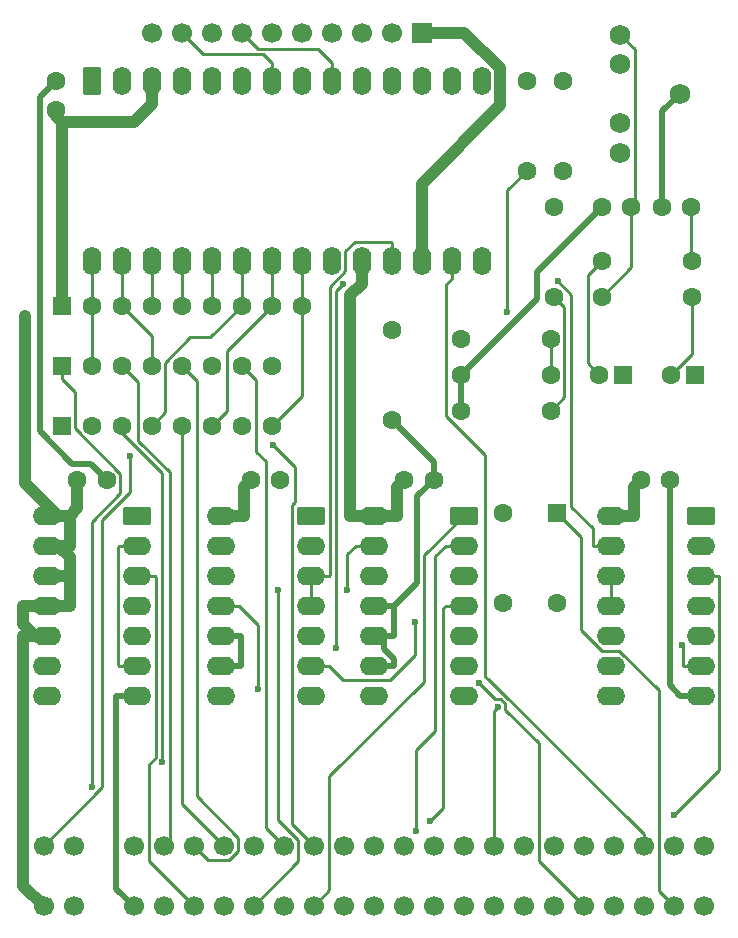
<source format=gbr>
%TF.GenerationSoftware,KiCad,Pcbnew,9.0.4*%
%TF.CreationDate,2025-09-25T21:38:56+01:00*%
%TF.ProjectId,ay-zonic-core,61792d7a-6f6e-4696-932d-636f72652e6b,2.0*%
%TF.SameCoordinates,Original*%
%TF.FileFunction,Copper,L1,Top*%
%TF.FilePolarity,Positive*%
%FSLAX46Y46*%
G04 Gerber Fmt 4.6, Leading zero omitted, Abs format (unit mm)*
G04 Created by KiCad (PCBNEW 9.0.4) date 2025-09-25 21:38:56*
%MOMM*%
%LPD*%
G01*
G04 APERTURE LIST*
G04 Aperture macros list*
%AMRoundRect*
0 Rectangle with rounded corners*
0 $1 Rounding radius*
0 $2 $3 $4 $5 $6 $7 $8 $9 X,Y pos of 4 corners*
0 Add a 4 corners polygon primitive as box body*
4,1,4,$2,$3,$4,$5,$6,$7,$8,$9,$2,$3,0*
0 Add four circle primitives for the rounded corners*
1,1,$1+$1,$2,$3*
1,1,$1+$1,$4,$5*
1,1,$1+$1,$6,$7*
1,1,$1+$1,$8,$9*
0 Add four rect primitives between the rounded corners*
20,1,$1+$1,$2,$3,$4,$5,0*
20,1,$1+$1,$4,$5,$6,$7,0*
20,1,$1+$1,$6,$7,$8,$9,0*
20,1,$1+$1,$8,$9,$2,$3,0*%
G04 Aperture macros list end*
%TA.AperFunction,ComponentPad*%
%ADD10C,1.600000*%
%TD*%
%TA.AperFunction,ComponentPad*%
%ADD11RoundRect,0.250000X-0.550000X0.550000X-0.550000X-0.550000X0.550000X-0.550000X0.550000X0.550000X0*%
%TD*%
%TA.AperFunction,ComponentPad*%
%ADD12C,1.700000*%
%TD*%
%TA.AperFunction,ComponentPad*%
%ADD13RoundRect,0.250000X0.950000X0.550000X-0.950000X0.550000X-0.950000X-0.550000X0.950000X-0.550000X0*%
%TD*%
%TA.AperFunction,ComponentPad*%
%ADD14O,2.400000X1.600000*%
%TD*%
%TA.AperFunction,ComponentPad*%
%ADD15C,1.752600*%
%TD*%
%TA.AperFunction,ComponentPad*%
%ADD16RoundRect,0.250000X0.550000X0.550000X-0.550000X0.550000X-0.550000X-0.550000X0.550000X-0.550000X0*%
%TD*%
%TA.AperFunction,ComponentPad*%
%ADD17R,1.600000X1.600000*%
%TD*%
%TA.AperFunction,ComponentPad*%
%ADD18RoundRect,0.250000X-0.550000X0.950000X-0.550000X-0.950000X0.550000X-0.950000X0.550000X0.950000X0*%
%TD*%
%TA.AperFunction,ComponentPad*%
%ADD19O,1.600000X2.400000*%
%TD*%
%TA.AperFunction,ComponentPad*%
%ADD20R,1.700000X1.700000*%
%TD*%
%TA.AperFunction,ViaPad*%
%ADD21C,0.600000*%
%TD*%
%TA.AperFunction,ViaPad*%
%ADD22C,0.800000*%
%TD*%
%TA.AperFunction,Conductor*%
%ADD23C,0.250000*%
%TD*%
%TA.AperFunction,Conductor*%
%ADD24C,0.500000*%
%TD*%
%TA.AperFunction,Conductor*%
%ADD25C,1.000000*%
%TD*%
G04 APERTURE END LIST*
D10*
%TO.P,SW1,2*%
%TO.N,Net-(R1-Pad2)*%
X110744000Y-100330000D03*
D11*
%TO.P,SW1,1*%
%TO.N,/A4*%
X110744000Y-92710000D03*
%TD*%
D12*
%TO.P,CO1,A3,+5Vcc*%
%TO.N,VCC*%
X67310000Y-125984000D03*
%TO.P,CO1,A4,+9Vcc*%
%TO.N,unconnected-(CO1-+9Vcc-PadA4)*%
X69850000Y-125984000D03*
%TO.P,CO1,A6,GND*%
%TO.N,GND*%
X74930000Y-125984000D03*
%TO.P,CO1,A7,GND*%
X77470000Y-125984000D03*
%TO.P,CO1,A8,CLK*%
%TO.N,/CLK*%
X80010000Y-125984000D03*
%TO.P,CO1,A9,A0*%
%TO.N,/A0*%
X82550000Y-125984000D03*
%TO.P,CO1,A10,A1*%
%TO.N,/A1*%
X85090000Y-125984000D03*
%TO.P,CO1,A11,A2*%
%TO.N,/A2*%
X87630000Y-125984000D03*
%TO.P,CO1,A12,A3*%
%TO.N,/A3*%
X90170000Y-125984000D03*
%TO.P,CO1,A13,A15*%
%TO.N,unconnected-(CO1-A15-PadA13)*%
X92710000Y-125984000D03*
%TO.P,CO1,A14,A14*%
%TO.N,unconnected-(CO1-PadA14)*%
X95250000Y-125984000D03*
%TO.P,CO1,A15,A13*%
%TO.N,unconnected-(CO1-A13-PadA15)*%
X97790000Y-125984000D03*
%TO.P,CO1,A16,A12*%
%TO.N,unconnected-(CO1-A12-PadA16)*%
X100330000Y-125984000D03*
%TO.P,CO1,A17,A11*%
%TO.N,unconnected-(CO1-A11-PadA17)*%
X102870000Y-125984000D03*
%TO.P,CO1,A18,A10*%
%TO.N,unconnected-(CO1-A10-PadA18)*%
X105410000Y-125984000D03*
%TO.P,CO1,A19,A9*%
%TO.N,unconnected-(CO1-A9-PadA19)*%
X107950000Y-125984000D03*
%TO.P,CO1,A20,A8*%
%TO.N,unconnected-(CO1-A8-PadA20)*%
X110490000Y-125984000D03*
%TO.P,CO1,A21,A7*%
%TO.N,/A7*%
X113030000Y-125984000D03*
%TO.P,CO1,A22,A6*%
%TO.N,unconnected-(CO1-A6-PadA22)*%
X115570000Y-125984000D03*
%TO.P,CO1,A23,A5*%
%TO.N,unconnected-(CO1-A5-PadA23)*%
X118110000Y-125984000D03*
%TO.P,CO1,A24,A4*%
%TO.N,/A4*%
X120650000Y-125984000D03*
%TO.P,CO1,A25,~{ROMCS}*%
%TO.N,unconnected-(CO1-~{ROMCS}-PadA25)*%
X123190000Y-125984000D03*
%TO.P,CO1,B3,D7*%
%TO.N,/D7*%
X67310000Y-120904000D03*
%TO.P,CO1,B4,~{RAMCS}*%
%TO.N,unconnected-(CO1-~{RAMCS}-PadB4)*%
X69850000Y-120904000D03*
%TO.P,CO1,B6,D0*%
%TO.N,/D0*%
X74930000Y-120904000D03*
%TO.P,CO1,B7,D1*%
%TO.N,/D1*%
X77470000Y-120904000D03*
%TO.P,CO1,B8,D2*%
%TO.N,/D2*%
X80010000Y-120904000D03*
%TO.P,CO1,B9,D6*%
%TO.N,/D6*%
X82550000Y-120904000D03*
%TO.P,CO1,B10,D5*%
%TO.N,/D5*%
X85090000Y-120904000D03*
%TO.P,CO1,B11,D3*%
%TO.N,/D3*%
X87630000Y-120904000D03*
%TO.P,CO1,B12,D4*%
%TO.N,/D4*%
X90170000Y-120904000D03*
%TO.P,CO1,B13,~{INT}*%
%TO.N,unconnected-(CO1-~{INT}-PadB13)*%
X92710000Y-120904000D03*
%TO.P,CO1,B14,~{NMI}*%
%TO.N,unconnected-(CO1-~{NMI}-PadB14)*%
X95250000Y-120904000D03*
%TO.P,CO1,B15,~{HALT}*%
%TO.N,unconnected-(CO1-~{HALT}-PadB15)*%
X97790000Y-120904000D03*
%TO.P,CO1,B16,~{MREQ}*%
%TO.N,unconnected-(CO1-~{MREQ}-PadB16)*%
X100330000Y-120904000D03*
%TO.P,CO1,B17,~{IOREQ}*%
%TO.N,/~{IOREQ}*%
X102870000Y-120904000D03*
%TO.P,CO1,B18,~{RD}*%
%TO.N,/~{RD}*%
X105410000Y-120904000D03*
%TO.P,CO1,B19,~{WR}*%
%TO.N,/~{WR}*%
X107950000Y-120904000D03*
%TO.P,CO1,B20,~{BUSAC}*%
%TO.N,unconnected-(CO1-~{BUSAC}-PadB20)*%
X110490000Y-120904000D03*
%TO.P,CO1,B21,~{WAIT}*%
%TO.N,unconnected-(CO1-~{WAIT}-PadB21)*%
X113030000Y-120904000D03*
%TO.P,CO1,B22,~{BUSRQ}*%
%TO.N,unconnected-(CO1-~{BUSRQ}-PadB22)*%
X115570000Y-120904000D03*
%TO.P,CO1,B23,~{RESET}*%
%TO.N,/~{RESET}*%
X118110000Y-120904000D03*
%TO.P,CO1,B24,~{M1}*%
%TO.N,unconnected-(CO1-~{M1}-PadB24)*%
X120650000Y-120904000D03*
%TO.P,CO1,B25,~{RFSH}*%
%TO.N,unconnected-(CO1-~{RFSH}-PadB25)*%
X123190000Y-120904000D03*
%TD*%
D13*
%TO.P,U5,1*%
%TO.N,/IOWR*%
X122936000Y-92964000D03*
D14*
%TO.P,U5,2*%
%TO.N,/~{IOREQ}*%
X122936000Y-95504000D03*
%TO.P,U5,3*%
%TO.N,/~{WR}*%
X122936000Y-98044000D03*
%TO.P,U5,4*%
%TO.N,Net-(U5-Pad11)*%
X122936000Y-100584000D03*
%TO.P,U5,5*%
%TO.N,Net-(U3-Pad6)*%
X122936000Y-103124000D03*
%TO.P,U5,6*%
%TO.N,Net-(U3-Pad11)*%
X122936000Y-105664000D03*
%TO.P,U5,7,GND*%
%TO.N,GND*%
X122936000Y-108204000D03*
%TO.P,U5,8*%
%TO.N,/~{IOREQ}*%
X115316000Y-108204000D03*
%TO.P,U5,9*%
%TO.N,/~{RD}*%
X115316000Y-105664000D03*
%TO.P,U5,10*%
%TO.N,/IORD*%
X115316000Y-103124000D03*
%TO.P,U5,11*%
%TO.N,Net-(U5-Pad11)*%
X115316000Y-100584000D03*
%TO.P,U5,12*%
X115316000Y-98044000D03*
%TO.P,U5,13*%
%TO.N,/BC1*%
X115316000Y-95504000D03*
%TO.P,U5,14,VCC*%
%TO.N,VCC*%
X115316000Y-92964000D03*
%TD*%
D10*
%TO.P,R8,1*%
%TO.N,Net-(C2-Pad2)*%
X114554000Y-71374000D03*
%TO.P,R8,2*%
%TO.N,/LEFT*%
X122174000Y-71374000D03*
%TD*%
%TO.P,FB1,1*%
%TO.N,GND*%
X96774000Y-84836000D03*
%TO.P,FB1,2*%
%TO.N,GND_AUDIO*%
X96774000Y-77216000D03*
%TD*%
%TO.P,C6,1*%
%TO.N,VCC*%
X70144000Y-89916000D03*
%TO.P,C6,2*%
%TO.N,GND*%
X72644000Y-89916000D03*
%TD*%
D13*
%TO.P,U2,1,~{R}*%
%TO.N,VCC*%
X75184000Y-92964000D03*
D14*
%TO.P,U2,2,D*%
%TO.N,Net-(U2A-D)*%
X75184000Y-95504000D03*
%TO.P,U2,3,C*%
%TO.N,/CLK*%
X75184000Y-98044000D03*
%TO.P,U2,4,~{S}*%
%TO.N,VCC*%
X75184000Y-100584000D03*
%TO.P,U2,5,Q*%
%TO.N,/PSGCLK*%
X75184000Y-103124000D03*
%TO.P,U2,6,~{Q}*%
%TO.N,Net-(U2A-D)*%
X75184000Y-105664000D03*
%TO.P,U2,7,GND*%
%TO.N,GND*%
X75184000Y-108204000D03*
%TO.P,U2,8,~{Q}*%
%TO.N,unconnected-(U2B-~{Q}-Pad8)*%
X67564000Y-108204000D03*
%TO.P,U2,9,Q*%
%TO.N,unconnected-(U2B-Q-Pad9)*%
X67564000Y-105664000D03*
%TO.P,U2,10,~{S}*%
%TO.N,VCC*%
X67564000Y-103124000D03*
%TO.P,U2,11,C*%
X67564000Y-100584000D03*
%TO.P,U2,12,D*%
X67564000Y-98044000D03*
%TO.P,U2,13,~{R}*%
X67564000Y-95504000D03*
%TO.P,U2,14,VCC*%
X67564000Y-92964000D03*
%TD*%
D10*
%TO.P,C3,1*%
%TO.N,/LEFT*%
X122154000Y-66802000D03*
%TO.P,C3,2*%
%TO.N,GND_AUDIO*%
X119654000Y-66802000D03*
%TD*%
D15*
%TO.P,Line Out,1,1*%
%TO.N,/RIGHT*%
X116158000Y-52230000D03*
%TO.P,Line Out,2,2*%
%TO.N,unconnected-(CO2-Pad2)*%
X116158000Y-54730000D03*
%TO.P,Line Out,3,3*%
%TO.N,unconnected-(CO2-Pad3)*%
X116158000Y-59730000D03*
%TO.P,Line Out,4,4*%
%TO.N,/LEFT*%
X116158000Y-62230000D03*
%TO.P,Line Out,5,5*%
%TO.N,GND_AUDIO*%
X121158000Y-57230000D03*
%TD*%
D16*
%TO.P,C1,1*%
%TO.N,Net-(C1-Pad1)*%
X122428000Y-81026000D03*
D10*
%TO.P,C1,2*%
%TO.N,Net-(C1-Pad2)*%
X120428000Y-81026000D03*
%TD*%
%TO.P,R7,1*%
%TO.N,Net-(C1-Pad1)*%
X110236000Y-81026000D03*
%TO.P,R7,2*%
%TO.N,GND_AUDIO*%
X102616000Y-81026000D03*
%TD*%
%TO.P,R3,1*%
%TO.N,/OUTC*%
X102616000Y-77978000D03*
%TO.P,R3,2*%
%TO.N,Net-(C1-Pad1)*%
X110236000Y-77978000D03*
%TD*%
%TO.P,R1,1*%
%TO.N,VCC*%
X106172000Y-92710000D03*
%TO.P,R1,2*%
%TO.N,Net-(R1-Pad2)*%
X106172000Y-100330000D03*
%TD*%
%TO.P,R9,1*%
%TO.N,Net-(C1-Pad2)*%
X122174000Y-74422000D03*
%TO.P,R9,2*%
%TO.N,/RIGHT*%
X114554000Y-74422000D03*
%TD*%
D16*
%TO.P,C2,1*%
%TO.N,Net-(C2-Pad1)*%
X116332000Y-81026000D03*
D10*
%TO.P,C2,2*%
%TO.N,Net-(C2-Pad2)*%
X114332000Y-81026000D03*
%TD*%
%TO.P,C8,1*%
%TO.N,VCC*%
X97830000Y-89916000D03*
%TO.P,C8,2*%
%TO.N,GND*%
X100330000Y-89916000D03*
%TD*%
%TO.P,C4,1*%
%TO.N,/RIGHT*%
X117074000Y-66802000D03*
%TO.P,C4,2*%
%TO.N,GND_AUDIO*%
X114574000Y-66802000D03*
%TD*%
%TO.P,C9,1*%
%TO.N,VCC*%
X117876000Y-89916000D03*
%TO.P,C9,2*%
%TO.N,GND*%
X120376000Y-89916000D03*
%TD*%
%TO.P,R5,1*%
%TO.N,Net-(C1-Pad1)*%
X108204000Y-63754000D03*
%TO.P,R5,2*%
%TO.N,/OUTB*%
X108204000Y-56134000D03*
%TD*%
%TO.P,C5,1*%
%TO.N,VCC*%
X68326000Y-58654000D03*
%TO.P,C5,2*%
%TO.N,GND*%
X68326000Y-56154000D03*
%TD*%
D17*
%TO.P,RN3,1,R1.1*%
%TO.N,/D4*%
X68834000Y-85344000D03*
D10*
%TO.P,RN3,2,R1.2*%
%TO.N,Net-(RN1-R5)*%
X71374000Y-85344000D03*
%TO.P,RN3,3,R2.1*%
%TO.N,/D5*%
X73914000Y-85344000D03*
%TO.P,RN3,4,R2.2*%
%TO.N,Net-(RN1-R6)*%
X76454000Y-85344000D03*
%TO.P,RN3,5,R3.1*%
%TO.N,/D6*%
X78994000Y-85344000D03*
%TO.P,RN3,6,R3.2*%
%TO.N,Net-(RN1-R7)*%
X81534000Y-85344000D03*
%TO.P,RN3,7,R4.1*%
%TO.N,/D7*%
X84074000Y-85344000D03*
%TO.P,RN3,8,R4.2*%
%TO.N,Net-(RN1-R8)*%
X86614000Y-85344000D03*
%TD*%
%TO.P,R2,1*%
%TO.N,/OUTA*%
X110490000Y-66802000D03*
%TO.P,R2,2*%
%TO.N,Net-(C2-Pad1)*%
X110490000Y-74422000D03*
%TD*%
%TO.P,C7,1*%
%TO.N,VCC*%
X84856000Y-89916000D03*
%TO.P,C7,2*%
%TO.N,GND*%
X87356000Y-89916000D03*
%TD*%
%TO.P,R4,1*%
%TO.N,Net-(C2-Pad1)*%
X111252000Y-63754000D03*
%TO.P,R4,2*%
%TO.N,/OUTB*%
X111252000Y-56134000D03*
%TD*%
D13*
%TO.P,U3,1*%
%TO.N,/VALID*%
X89916000Y-92964000D03*
D14*
%TO.P,U3,2*%
%TO.N,/IOWR*%
X89916000Y-95504000D03*
%TO.P,U3,3*%
%TO.N,/BDIR*%
X89916000Y-98044000D03*
%TO.P,U3,4*%
X89916000Y-100584000D03*
%TO.P,U3,5*%
%TO.N,/A7*%
X89916000Y-103124000D03*
%TO.P,U3,6*%
%TO.N,Net-(U3-Pad6)*%
X89916000Y-105664000D03*
%TO.P,U3,7,GND*%
%TO.N,GND*%
X89916000Y-108204000D03*
%TO.P,U3,8*%
%TO.N,unconnected-(U3-Pad8)*%
X82296000Y-108204000D03*
%TO.P,U3,9*%
%TO.N,GND*%
X82296000Y-105664000D03*
%TO.P,U3,10*%
X82296000Y-103124000D03*
%TO.P,U3,11*%
%TO.N,Net-(U3-Pad11)*%
X82296000Y-100584000D03*
%TO.P,U3,12*%
%TO.N,/VALID*%
X82296000Y-98044000D03*
%TO.P,U3,13*%
%TO.N,/IORD*%
X82296000Y-95504000D03*
%TO.P,U3,14,VCC*%
%TO.N,VCC*%
X82296000Y-92964000D03*
%TD*%
D18*
%TO.P,U1,1,CH_C*%
%TO.N,/OUTC*%
X71374000Y-56134000D03*
D19*
%TO.P,U1,2,TEST1*%
%TO.N,unconnected-(U1-TEST1-Pad2)*%
X73914000Y-56134000D03*
%TO.P,U1,3,VCC*%
%TO.N,VCC*%
X76454000Y-56134000D03*
%TO.P,U1,4,CH_B*%
%TO.N,/OUTB*%
X78994000Y-56134000D03*
%TO.P,U1,5,CH_A*%
%TO.N,/OUTA*%
X81534000Y-56134000D03*
%TO.P,U1,6,GND*%
%TO.N,GND*%
X84074000Y-56134000D03*
%TO.P,U1,7,IOA7*%
%TO.N,/IOA7*%
X86614000Y-56134000D03*
%TO.P,U1,8,IOA6*%
%TO.N,/IOA6*%
X89154000Y-56134000D03*
%TO.P,U1,9,IOA5*%
%TO.N,/IOA5*%
X91694000Y-56134000D03*
%TO.P,U1,10,IOA4*%
%TO.N,/IOA4*%
X94234000Y-56134000D03*
%TO.P,U1,11,IOA3*%
%TO.N,/IOA3*%
X96774000Y-56134000D03*
%TO.P,U1,12,IOA2*%
%TO.N,/IOA2*%
X99314000Y-56134000D03*
%TO.P,U1,13,IOA1*%
%TO.N,/IOA1*%
X101854000Y-56134000D03*
%TO.P,U1,14,IOA0*%
%TO.N,/IOA0*%
X104394000Y-56134000D03*
%TO.P,U1,15,CLOCK*%
%TO.N,/PSGCLK*%
X104394000Y-71374000D03*
%TO.P,U1,16,~{RESET}*%
%TO.N,/~{RESET}*%
X101854000Y-71374000D03*
%TO.P,U1,17,A8*%
%TO.N,VCC*%
X99314000Y-71374000D03*
%TO.P,U1,18,BDIR*%
%TO.N,/BDIR*%
X96774000Y-71374000D03*
%TO.P,U1,19,BC2*%
%TO.N,VCC*%
X94234000Y-71374000D03*
%TO.P,U1,20,BC1*%
%TO.N,/BC1*%
X91694000Y-71374000D03*
%TO.P,U1,21,DA7*%
%TO.N,Net-(RN1-R8)*%
X89154000Y-71374000D03*
%TO.P,U1,22,DA6*%
%TO.N,Net-(RN1-R7)*%
X86614000Y-71374000D03*
%TO.P,U1,23,DA5*%
%TO.N,Net-(RN1-R6)*%
X84074000Y-71374000D03*
%TO.P,U1,24,DA4*%
%TO.N,Net-(RN1-R5)*%
X81534000Y-71374000D03*
%TO.P,U1,25,DA3*%
%TO.N,Net-(RN1-R4)*%
X78994000Y-71374000D03*
%TO.P,U1,26,DA2*%
%TO.N,Net-(RN1-R3)*%
X76454000Y-71374000D03*
%TO.P,U1,27,DA1*%
%TO.N,Net-(RN1-R2)*%
X73914000Y-71374000D03*
%TO.P,U1,28,DA0*%
%TO.N,Net-(RN1-R1)*%
X71374000Y-71374000D03*
%TD*%
D10*
%TO.P,R6,1*%
%TO.N,Net-(C2-Pad1)*%
X110236000Y-84074000D03*
%TO.P,R6,2*%
%TO.N,GND_AUDIO*%
X102616000Y-84074000D03*
%TD*%
D20*
%TO.P,I/O,1,Pin_1*%
%TO.N,VCC*%
X99314000Y-52070000D03*
D12*
%TO.P,I/O,2,Pin_2*%
%TO.N,/IOA0*%
X96774000Y-52070000D03*
%TO.P,I/O,3,Pin_3*%
%TO.N,/IOA1*%
X94234000Y-52070000D03*
%TO.P,I/O,4,Pin_4*%
%TO.N,/IOA2*%
X91694000Y-52070000D03*
%TO.P,I/O,5,Pin_5*%
%TO.N,/IOA3*%
X89154000Y-52070000D03*
%TO.P,I/O,6,Pin_6*%
%TO.N,/IOA4*%
X86614000Y-52070000D03*
%TO.P,I/O,7,Pin_7*%
%TO.N,/IOA5*%
X84074000Y-52070000D03*
%TO.P,I/O,8,Pin_8*%
%TO.N,/IOA6*%
X81534000Y-52070000D03*
%TO.P,I/O,9,Pin_9*%
%TO.N,/IOA7*%
X78994000Y-52070000D03*
%TO.P,I/O,10,Pin_10*%
%TO.N,GND*%
X76454000Y-52070000D03*
%TD*%
D13*
%TO.P,U4,1*%
%TO.N,/A3*%
X102870000Y-92964000D03*
D14*
%TO.P,U4,2*%
%TO.N,/A2*%
X102870000Y-95504000D03*
%TO.P,U4,3*%
%TO.N,Net-(U4-Pad12)*%
X102870000Y-98044000D03*
%TO.P,U4,4*%
%TO.N,/A0*%
X102870000Y-100584000D03*
%TO.P,U4,5*%
%TO.N,Net-(R1-Pad2)*%
X102870000Y-103124000D03*
%TO.P,U4,6*%
%TO.N,/VALID*%
X102870000Y-105664000D03*
%TO.P,U4,7,GND*%
%TO.N,GND*%
X102870000Y-108204000D03*
%TO.P,U4,8*%
%TO.N,unconnected-(U4-Pad8)*%
X95250000Y-108204000D03*
%TO.P,U4,9*%
%TO.N,GND*%
X95250000Y-105664000D03*
%TO.P,U4,10*%
X95250000Y-103124000D03*
%TO.P,U4,11*%
X95250000Y-100584000D03*
%TO.P,U4,12*%
%TO.N,Net-(U4-Pad12)*%
X95250000Y-98044000D03*
%TO.P,U4,13*%
%TO.N,/A1*%
X95250000Y-95504000D03*
%TO.P,U4,14,VCC*%
%TO.N,VCC*%
X95250000Y-92964000D03*
%TD*%
D17*
%TO.P,RN1,1,common*%
%TO.N,VCC*%
X68834000Y-75184000D03*
D10*
%TO.P,RN1,2,R1*%
%TO.N,Net-(RN1-R1)*%
X71374000Y-75184000D03*
%TO.P,RN1,3,R2*%
%TO.N,Net-(RN1-R2)*%
X73914000Y-75184000D03*
%TO.P,RN1,4,R3*%
%TO.N,Net-(RN1-R3)*%
X76454000Y-75184000D03*
%TO.P,RN1,5,R4*%
%TO.N,Net-(RN1-R4)*%
X78994000Y-75184000D03*
%TO.P,RN1,6,R5*%
%TO.N,Net-(RN1-R5)*%
X81534000Y-75184000D03*
%TO.P,RN1,7,R6*%
%TO.N,Net-(RN1-R6)*%
X84074000Y-75184000D03*
%TO.P,RN1,8,R7*%
%TO.N,Net-(RN1-R7)*%
X86614000Y-75184000D03*
%TO.P,RN1,9,R8*%
%TO.N,Net-(RN1-R8)*%
X89154000Y-75184000D03*
%TD*%
D17*
%TO.P,RN2,1,R1.1*%
%TO.N,/D0*%
X68834000Y-80264000D03*
D10*
%TO.P,RN2,2,R1.2*%
%TO.N,Net-(RN1-R1)*%
X71374000Y-80264000D03*
%TO.P,RN2,3,R2.1*%
%TO.N,/D1*%
X73914000Y-80264000D03*
%TO.P,RN2,4,R2.2*%
%TO.N,Net-(RN1-R2)*%
X76454000Y-80264000D03*
%TO.P,RN2,5,R3.1*%
%TO.N,/D2*%
X78994000Y-80264000D03*
%TO.P,RN2,6,R3.2*%
%TO.N,Net-(RN1-R3)*%
X81534000Y-80264000D03*
%TO.P,RN2,7,R4.1*%
%TO.N,/D3*%
X84074000Y-80264000D03*
%TO.P,RN2,8,R4.2*%
%TO.N,Net-(RN1-R4)*%
X86614000Y-80264000D03*
%TD*%
D21*
%TO.N,Net-(U3-Pad11)*%
X121351400Y-103956700D03*
X85427900Y-107681800D03*
%TO.N,Net-(U3-Pad6)*%
X98752000Y-101929400D03*
%TO.N,/PSGCLK*%
X92681000Y-73330200D03*
X92086800Y-104181900D03*
%TO.N,/BC1*%
X110851900Y-73099400D03*
%TO.N,/A2*%
X98873300Y-119670700D03*
%TO.N,/~{RD}*%
X105767900Y-109140500D03*
%TO.N,/A7*%
X104157000Y-107150000D03*
%TO.N,/D0*%
X71389900Y-115979700D03*
%TO.N,/D7*%
X74670500Y-87906200D03*
%TO.N,/A1*%
X87126100Y-99294100D03*
X93012900Y-99294100D03*
%TO.N,/~{WR}*%
X120680400Y-118320800D03*
%TO.N,/D4*%
X86762700Y-86994100D03*
%TO.N,/A0*%
X100039800Y-118788900D03*
%TO.N,/D5*%
X77367400Y-113795100D03*
D22*
%TO.N,VCC*%
X65763800Y-76092500D03*
D21*
%TO.N,Net-(C1-Pad1)*%
X106591000Y-75763700D03*
%TD*%
D23*
%TO.N,Net-(U5-Pad11)*%
X115316000Y-98044000D02*
X115316000Y-100584000D01*
%TO.N,Net-(U3-Pad11)*%
X82296000Y-100584000D02*
X83822700Y-100584000D01*
X121409300Y-104014600D02*
X121351400Y-103956700D01*
X121409300Y-105664000D02*
X121409300Y-104014600D01*
X85427900Y-102189200D02*
X83822700Y-100584000D01*
X85427900Y-107681800D02*
X85427900Y-102189200D01*
X122936000Y-105664000D02*
X121409300Y-105664000D01*
%TO.N,Net-(U3-Pad6)*%
X98752000Y-104769100D02*
X98752000Y-101929400D01*
X96664500Y-106856600D02*
X98752000Y-104769100D01*
X92635300Y-106856600D02*
X96664500Y-106856600D01*
X91442700Y-105664000D02*
X92635300Y-106856600D01*
X89916000Y-105664000D02*
X91442700Y-105664000D01*
%TO.N,Net-(U2A-D)*%
X75184000Y-105664000D02*
X73657300Y-105664000D01*
X75184000Y-95504000D02*
X73657300Y-95504000D01*
X73580600Y-95580700D02*
X73657300Y-95504000D01*
X73580600Y-105587300D02*
X73580600Y-95580700D01*
X73657300Y-105664000D02*
X73580600Y-105587300D01*
%TO.N,/PSGCLK*%
X92086800Y-73924400D02*
X92086800Y-104181900D01*
X92681000Y-73330200D02*
X92086800Y-73924400D01*
%TO.N,/BDIR*%
X89916000Y-98044000D02*
X89916000Y-100584000D01*
X96774000Y-71374000D02*
X96774000Y-69847300D01*
X89916000Y-98044000D02*
X91442700Y-98044000D01*
X91535400Y-97951300D02*
X91442700Y-98044000D01*
X91535400Y-73589600D02*
X91535400Y-97951300D01*
X92873500Y-72251500D02*
X91535400Y-73589600D01*
X92873500Y-70587600D02*
X92873500Y-72251500D01*
X93664200Y-69796900D02*
X92873500Y-70587600D01*
X96723600Y-69796900D02*
X93664200Y-69796900D01*
X96774000Y-69847300D02*
X96723600Y-69796900D01*
%TO.N,/BC1*%
X115316000Y-95504000D02*
X113789300Y-95504000D01*
X112006600Y-74254100D02*
X110851900Y-73099400D01*
X112006600Y-92194600D02*
X112006600Y-74254100D01*
X113789300Y-93977300D02*
X112006600Y-92194600D01*
X113789300Y-95504000D02*
X113789300Y-93977300D01*
%TO.N,Net-(RN1-R8)*%
X89154000Y-71374000D02*
X89154000Y-75184000D01*
X89154000Y-82804000D02*
X86614000Y-85344000D01*
X89154000Y-75184000D02*
X89154000Y-82804000D01*
%TO.N,Net-(RN1-R1)*%
X71374000Y-71374000D02*
X71374000Y-75184000D01*
X71374000Y-80264000D02*
X71374000Y-75184000D01*
%TO.N,Net-(RN1-R6)*%
X84074000Y-71374000D02*
X84074000Y-75184000D01*
X77580700Y-84217300D02*
X76454000Y-85344000D01*
X77580700Y-80018500D02*
X77580700Y-84217300D01*
X79730400Y-77868800D02*
X77580700Y-80018500D01*
X81389200Y-77868800D02*
X79730400Y-77868800D01*
X84074000Y-75184000D02*
X81389200Y-77868800D01*
%TO.N,Net-(RN1-R3)*%
X76454000Y-75184000D02*
X76454000Y-71374000D01*
%TO.N,Net-(RN1-R2)*%
X73914000Y-75184000D02*
X73914000Y-71374000D01*
X76454000Y-77724000D02*
X76454000Y-80264000D01*
X73914000Y-75184000D02*
X76454000Y-77724000D01*
%TO.N,Net-(RN1-R7)*%
X86614000Y-71374000D02*
X86614000Y-75184000D01*
X82804000Y-84074000D02*
X81534000Y-85344000D01*
X82804000Y-78994000D02*
X82804000Y-84074000D01*
X86614000Y-75184000D02*
X82804000Y-78994000D01*
%TO.N,Net-(RN1-R4)*%
X78994000Y-71374000D02*
X78994000Y-75184000D01*
%TO.N,Net-(RN1-R5)*%
X81534000Y-71374000D02*
X81534000Y-75184000D01*
%TO.N,/IOA5*%
X85455800Y-53451800D02*
X84074000Y-52070000D01*
X90538500Y-53451800D02*
X85455800Y-53451800D01*
X91694000Y-54607300D02*
X90538500Y-53451800D01*
X91694000Y-56134000D02*
X91694000Y-54607300D01*
%TO.N,/IOA7*%
X86614000Y-56134000D02*
X86614000Y-54607300D01*
X85910200Y-53903500D02*
X86614000Y-54607300D01*
X80827500Y-53903500D02*
X85910200Y-53903500D01*
X78994000Y-52070000D02*
X80827500Y-53903500D01*
%TO.N,/A2*%
X102870000Y-95504000D02*
X101343300Y-95504000D01*
X100436600Y-96410700D02*
X101343300Y-95504000D01*
X100436600Y-111212800D02*
X100436600Y-96410700D01*
X98873300Y-112776100D02*
X100436600Y-111212800D01*
X98873300Y-119670700D02*
X98873300Y-112776100D01*
%TO.N,/~{RESET}*%
X101854000Y-71374000D02*
X101854000Y-72900700D01*
X101389400Y-73365300D02*
X101854000Y-72900700D01*
X101389400Y-84511400D02*
X101389400Y-73365300D01*
X104720400Y-87842400D02*
X101389400Y-84511400D01*
X104720400Y-106615000D02*
X104720400Y-87842400D01*
X104907500Y-106802100D02*
X104720400Y-106615000D01*
X104907500Y-106802100D02*
X104720400Y-106615000D01*
X104954600Y-106802100D02*
X104907500Y-106802100D01*
X118110000Y-119957500D02*
X104954600Y-106802100D01*
X118110000Y-120904000D02*
X118110000Y-119957500D01*
%TO.N,/CLK*%
X75184000Y-98044000D02*
X76710700Y-98044000D01*
X76259400Y-122233400D02*
X80010000Y-125984000D01*
X76259400Y-114016900D02*
X76259400Y-122233400D01*
X76796900Y-113479400D02*
X76259400Y-114016900D01*
X76796900Y-98130200D02*
X76796900Y-113479400D01*
X76710700Y-98044000D02*
X76796900Y-98130200D01*
%TO.N,/D2*%
X81210500Y-122104500D02*
X80010000Y-120904000D01*
X83032400Y-122104500D02*
X81210500Y-122104500D01*
X83765100Y-121371800D02*
X83032400Y-122104500D01*
X83765100Y-120219100D02*
X83765100Y-121371800D01*
X80264000Y-116718000D02*
X83765100Y-120219100D01*
X80264000Y-81534000D02*
X80264000Y-116718000D01*
X78994000Y-80264000D02*
X80264000Y-81534000D01*
%TO.N,/~{RD}*%
X105410000Y-109498400D02*
X105410000Y-120904000D01*
X105767900Y-109140500D02*
X105410000Y-109498400D01*
%TO.N,/D1*%
X75327300Y-81677300D02*
X73914000Y-80264000D01*
X75327300Y-86608200D02*
X75327300Y-81677300D01*
X77994100Y-89275000D02*
X75327300Y-86608200D01*
X77994100Y-120379900D02*
X77994100Y-89275000D01*
X77470000Y-120904000D02*
X77994100Y-120379900D01*
%TO.N,/A7*%
X105520800Y-108513800D02*
X104157000Y-107150000D01*
X106027500Y-108513800D02*
X105520800Y-108513800D01*
X106394600Y-108880900D02*
X106027500Y-108513800D01*
X106394600Y-109387600D02*
X106394600Y-108880900D01*
X109220000Y-112213000D02*
X106394600Y-109387600D01*
X109220000Y-122174000D02*
X109220000Y-112213000D01*
X113030000Y-125984000D02*
X109220000Y-122174000D01*
%TO.N,/D0*%
X71389900Y-93520500D02*
X71389900Y-115979700D01*
X73820700Y-91089700D02*
X71389900Y-93520500D01*
X73820700Y-89428600D02*
X73820700Y-91089700D01*
X69960700Y-85568600D02*
X73820700Y-89428600D01*
X69960700Y-82517400D02*
X69960700Y-85568600D01*
X68834000Y-81390700D02*
X69960700Y-82517400D01*
X68834000Y-80264000D02*
X68834000Y-81390700D01*
%TO.N,/D7*%
X74670500Y-90936500D02*
X74670500Y-87906200D01*
X72291700Y-93315300D02*
X74670500Y-90936500D01*
X72291700Y-115964200D02*
X72291700Y-93315300D01*
X67351900Y-120904000D02*
X72291700Y-115964200D01*
X67310000Y-120904000D02*
X67351900Y-120904000D01*
%TO.N,/A3*%
X99533200Y-96300800D02*
X102870000Y-92964000D01*
X99533200Y-107009500D02*
X99533200Y-96300800D01*
X91505900Y-115036800D02*
X99533200Y-107009500D01*
X91505900Y-124648100D02*
X91505900Y-115036800D01*
X90170000Y-125984000D02*
X91505900Y-124648100D01*
%TO.N,/A1*%
X87126100Y-118735900D02*
X87126100Y-99294100D01*
X88844600Y-120454400D02*
X87126100Y-118735900D01*
X88844600Y-122229400D02*
X88844600Y-120454400D01*
X85090000Y-125984000D02*
X88844600Y-122229400D01*
X93012900Y-96214400D02*
X93723300Y-95504000D01*
X93012900Y-99294100D02*
X93012900Y-96214400D01*
X95250000Y-95504000D02*
X93723300Y-95504000D01*
%TO.N,/~{WR}*%
X124519600Y-98100900D02*
X124462700Y-98044000D01*
X124519600Y-114481600D02*
X124519600Y-98100900D01*
X120680400Y-118320800D02*
X124519600Y-114481600D01*
X122936000Y-98044000D02*
X124462700Y-98044000D01*
%TO.N,/D4*%
X88577300Y-88808700D02*
X86762700Y-86994100D01*
X88577300Y-91791600D02*
X88577300Y-88808700D01*
X88310000Y-92058900D02*
X88577300Y-91791600D01*
X88310000Y-119044000D02*
X88310000Y-92058900D01*
X90170000Y-120904000D02*
X88310000Y-119044000D01*
%TO.N,/D3*%
X85331100Y-81521100D02*
X84074000Y-80264000D01*
X85331100Y-87556700D02*
X85331100Y-81521100D01*
X86138000Y-88363600D02*
X85331100Y-87556700D01*
X86138000Y-119412000D02*
X86138000Y-88363600D01*
X87630000Y-120904000D02*
X86138000Y-119412000D01*
%TO.N,/A4*%
X119380000Y-124714000D02*
X120650000Y-125984000D01*
X119380000Y-107733900D02*
X119380000Y-124714000D01*
X116040100Y-104394000D02*
X119380000Y-107733900D01*
X114587300Y-104394000D02*
X116040100Y-104394000D01*
X112830000Y-102636700D02*
X114587300Y-104394000D01*
X112830000Y-94796000D02*
X112830000Y-102636700D01*
X110744000Y-92710000D02*
X112830000Y-94796000D01*
%TO.N,/A0*%
X102870000Y-100584000D02*
X101343300Y-100584000D01*
X101115800Y-100811500D02*
X101343300Y-100584000D01*
X101115800Y-117712900D02*
X101115800Y-100811500D01*
X100039800Y-118788900D02*
X101115800Y-117712900D01*
%TO.N,/D6*%
X78994000Y-117348000D02*
X78994000Y-85344000D01*
X82550000Y-120904000D02*
X78994000Y-117348000D01*
%TO.N,/D5*%
X73914000Y-85937600D02*
X73914000Y-85344000D01*
X77367400Y-89391000D02*
X73914000Y-85937600D01*
X77367400Y-113795100D02*
X77367400Y-89391000D01*
D24*
%TO.N,GND*%
X96951700Y-100584000D02*
X96951700Y-103124000D01*
X95250000Y-100584000D02*
X96951700Y-100584000D01*
X83997700Y-105664000D02*
X83997700Y-103124000D01*
X82296000Y-105664000D02*
X83997700Y-105664000D01*
X96951700Y-105124800D02*
X96951700Y-105664000D01*
X96101000Y-104274100D02*
X96951700Y-105124800D01*
X96100900Y-104274100D02*
X96101000Y-104274100D01*
X96100900Y-103124000D02*
X96100900Y-104274100D01*
X95250000Y-103124000D02*
X96100900Y-103124000D01*
X96100900Y-103124000D02*
X96951700Y-103124000D01*
X95250000Y-105664000D02*
X96951700Y-105664000D01*
X73482300Y-124536300D02*
X73482300Y-108204000D01*
X74930000Y-125984000D02*
X73482300Y-124536300D01*
X75184000Y-108204000D02*
X73482300Y-108204000D01*
X82296000Y-103124000D02*
X83809400Y-103124000D01*
X83809400Y-103124000D02*
X83996200Y-103124000D01*
X83996200Y-103124000D02*
X83997700Y-103124000D01*
X122936000Y-108204000D02*
X121234300Y-108204000D01*
X100330000Y-88392000D02*
X100330000Y-89916000D01*
X96774000Y-84836000D02*
X100330000Y-88392000D01*
X98906500Y-98629200D02*
X96951700Y-100584000D01*
X98906500Y-91339500D02*
X98906500Y-98629200D01*
X100330000Y-89916000D02*
X98906500Y-91339500D01*
X95250000Y-100584000D02*
X96951700Y-100584000D01*
X71292400Y-88564400D02*
X72644000Y-89916000D01*
X69744900Y-88564400D02*
X71292400Y-88564400D01*
X66977600Y-85797100D02*
X69744900Y-88564400D01*
X66977600Y-57502400D02*
X66977600Y-85797100D01*
X68326000Y-56154000D02*
X66977600Y-57502400D01*
X120376000Y-107345700D02*
X121234300Y-108204000D01*
X120376000Y-89916000D02*
X120376000Y-107345700D01*
D25*
%TO.N,VCC*%
X69515700Y-95504000D02*
X69515700Y-92964000D01*
X69515700Y-100584000D02*
X69515700Y-98044000D01*
X67564000Y-100584000D02*
X69515700Y-100584000D01*
X67564000Y-98044000D02*
X69515700Y-98044000D01*
X65612300Y-124286300D02*
X65612300Y-103124000D01*
X67310000Y-125984000D02*
X65612300Y-124286300D01*
X97201700Y-90544300D02*
X97201700Y-92964000D01*
X97830000Y-89916000D02*
X97201700Y-90544300D01*
X95250000Y-92964000D02*
X97201700Y-92964000D01*
X68834000Y-75184000D02*
X68834000Y-73632300D01*
X117267700Y-90524300D02*
X117876000Y-89916000D01*
X117267700Y-92964000D02*
X117267700Y-90524300D01*
X115316000Y-92964000D02*
X117267700Y-92964000D01*
X65612300Y-102148100D02*
X65612300Y-100584000D01*
X66588200Y-103124000D02*
X65612300Y-102148100D01*
X67564000Y-103124000D02*
X66588200Y-103124000D01*
X66588200Y-103124000D02*
X65612300Y-103124000D01*
X67564000Y-100584000D02*
X65612300Y-100584000D01*
X84247700Y-90524300D02*
X84247700Y-92964000D01*
X84856000Y-89916000D02*
X84247700Y-90524300D01*
X82296000Y-92964000D02*
X84247700Y-92964000D01*
X99314000Y-64860700D02*
X99314000Y-71374000D01*
X105947700Y-58227000D02*
X99314000Y-64860700D01*
X105947700Y-55087500D02*
X105947700Y-58227000D01*
X102930200Y-52070000D02*
X105947700Y-55087500D01*
X99314000Y-52070000D02*
X102930200Y-52070000D01*
X69515700Y-96479800D02*
X69515700Y-98044000D01*
X68539900Y-95504000D02*
X69515700Y-96479800D01*
X67564000Y-95504000D02*
X68539900Y-95504000D01*
X68539900Y-95504000D02*
X69515700Y-95504000D01*
X70144000Y-92335700D02*
X69515700Y-92964000D01*
X70144000Y-89916000D02*
X70144000Y-92335700D01*
X68834000Y-73632300D02*
X68834000Y-59609700D01*
X74930000Y-59609700D02*
X68834000Y-59609700D01*
X76454000Y-58085700D02*
X74930000Y-59609700D01*
X68326000Y-59101700D02*
X68326000Y-58654000D01*
X68834000Y-59609700D02*
X68326000Y-59101700D01*
X76454000Y-56134000D02*
X76454000Y-58085700D01*
X67564000Y-92964000D02*
X68539900Y-92964000D01*
X68539900Y-92964000D02*
X69515700Y-92964000D01*
X65763800Y-90187900D02*
X65763800Y-76092500D01*
X68539900Y-92964000D02*
X65763800Y-90187900D01*
X95250000Y-92964000D02*
X93298300Y-92964000D01*
X94234000Y-71374000D02*
X94234000Y-73325700D01*
X93298300Y-74261400D02*
X94234000Y-73325700D01*
X93298300Y-92964000D02*
X93298300Y-74261400D01*
D23*
%TO.N,/RIGHT*%
X117074000Y-71902000D02*
X117074000Y-66802000D01*
X114554000Y-74422000D02*
X117074000Y-71902000D01*
X117393800Y-66482200D02*
X117074000Y-66802000D01*
X117393800Y-53465800D02*
X117393800Y-66482200D01*
X116158000Y-52230000D02*
X117393800Y-53465800D01*
D24*
%TO.N,GND_AUDIO*%
X119654000Y-58734000D02*
X119654000Y-66802000D01*
X121158000Y-57230000D02*
X119654000Y-58734000D01*
X102616000Y-81026000D02*
X102616000Y-84074000D01*
X109057000Y-72319000D02*
X114574000Y-66802000D01*
X109057000Y-74585000D02*
X109057000Y-72319000D01*
X102616000Y-81026000D02*
X109057000Y-74585000D01*
D23*
%TO.N,/LEFT*%
X122154000Y-71354000D02*
X122174000Y-71374000D01*
X122154000Y-66802000D02*
X122154000Y-71354000D01*
%TO.N,Net-(C2-Pad2)*%
X113375300Y-72552700D02*
X114554000Y-71374000D01*
X113375300Y-80069300D02*
X113375300Y-72552700D01*
X114332000Y-81026000D02*
X113375300Y-80069300D01*
%TO.N,Net-(C2-Pad1)*%
X111376500Y-82933500D02*
X110236000Y-84074000D01*
X111376500Y-75308500D02*
X111376500Y-82933500D01*
X110490000Y-74422000D02*
X111376500Y-75308500D01*
%TO.N,Net-(C1-Pad2)*%
X122174000Y-79280000D02*
X120428000Y-81026000D01*
X122174000Y-74422000D02*
X122174000Y-79280000D01*
%TO.N,Net-(C1-Pad1)*%
X110236000Y-81026000D02*
X110236000Y-77978000D01*
X106591000Y-65367000D02*
X108204000Y-63754000D01*
X106591000Y-75763700D02*
X106591000Y-65367000D01*
%TD*%
M02*

</source>
